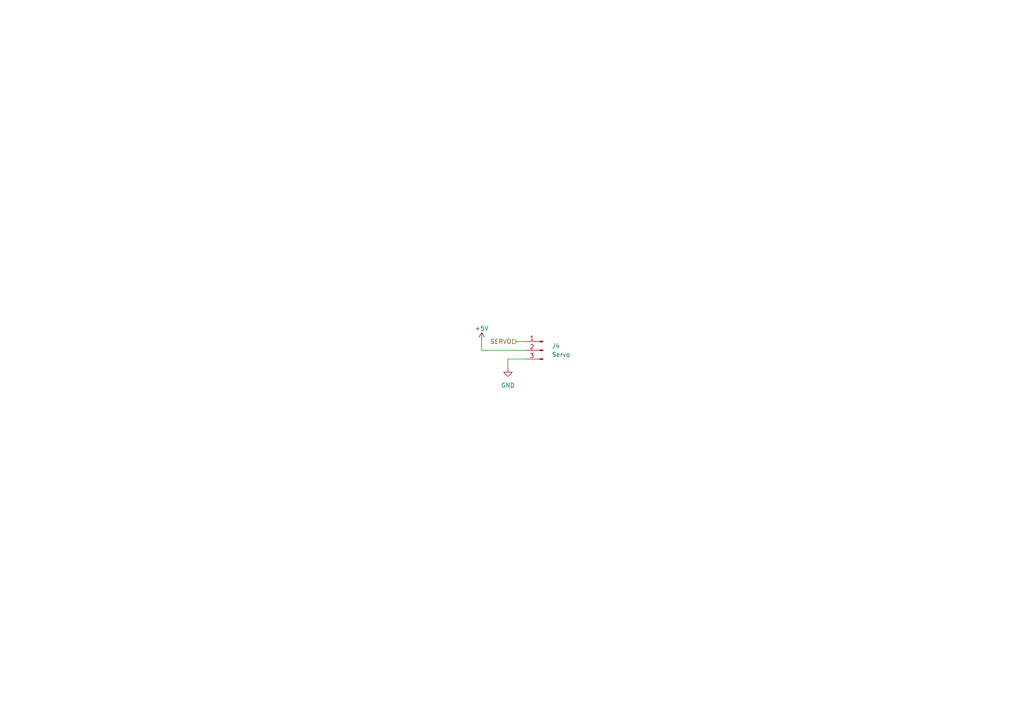
<source format=kicad_sch>
(kicad_sch (version 20230121) (generator eeschema)

  (uuid e0811549-fe69-4e27-8073-aaa75e935abe)

  (paper "A4")

  (title_block
    (title "ISSptr")
    (date "July 2024")
    (rev "v1")
  )

  (lib_symbols
    (symbol "Connector:Conn_01x03_Pin" (pin_names (offset 1.016) hide) (in_bom yes) (on_board yes)
      (property "Reference" "J" (at 0 5.08 0)
        (effects (font (size 1.27 1.27)))
      )
      (property "Value" "Conn_01x03_Pin" (at 0 -5.08 0)
        (effects (font (size 1.27 1.27)))
      )
      (property "Footprint" "" (at 0 0 0)
        (effects (font (size 1.27 1.27)) hide)
      )
      (property "Datasheet" "~" (at 0 0 0)
        (effects (font (size 1.27 1.27)) hide)
      )
      (property "ki_locked" "" (at 0 0 0)
        (effects (font (size 1.27 1.27)))
      )
      (property "ki_keywords" "connector" (at 0 0 0)
        (effects (font (size 1.27 1.27)) hide)
      )
      (property "ki_description" "Generic connector, single row, 01x03, script generated" (at 0 0 0)
        (effects (font (size 1.27 1.27)) hide)
      )
      (property "ki_fp_filters" "Connector*:*_1x??_*" (at 0 0 0)
        (effects (font (size 1.27 1.27)) hide)
      )
      (symbol "Conn_01x03_Pin_1_1"
        (polyline
          (pts
            (xy 1.27 -2.54)
            (xy 0.8636 -2.54)
          )
          (stroke (width 0.1524) (type default))
          (fill (type none))
        )
        (polyline
          (pts
            (xy 1.27 0)
            (xy 0.8636 0)
          )
          (stroke (width 0.1524) (type default))
          (fill (type none))
        )
        (polyline
          (pts
            (xy 1.27 2.54)
            (xy 0.8636 2.54)
          )
          (stroke (width 0.1524) (type default))
          (fill (type none))
        )
        (rectangle (start 0.8636 -2.413) (end 0 -2.667)
          (stroke (width 0.1524) (type default))
          (fill (type outline))
        )
        (rectangle (start 0.8636 0.127) (end 0 -0.127)
          (stroke (width 0.1524) (type default))
          (fill (type outline))
        )
        (rectangle (start 0.8636 2.667) (end 0 2.413)
          (stroke (width 0.1524) (type default))
          (fill (type outline))
        )
        (pin passive line (at 5.08 2.54 180) (length 3.81)
          (name "Pin_1" (effects (font (size 1.27 1.27))))
          (number "1" (effects (font (size 1.27 1.27))))
        )
        (pin passive line (at 5.08 0 180) (length 3.81)
          (name "Pin_2" (effects (font (size 1.27 1.27))))
          (number "2" (effects (font (size 1.27 1.27))))
        )
        (pin passive line (at 5.08 -2.54 180) (length 3.81)
          (name "Pin_3" (effects (font (size 1.27 1.27))))
          (number "3" (effects (font (size 1.27 1.27))))
        )
      )
    )
    (symbol "power:+5V" (power) (pin_names (offset 0)) (in_bom yes) (on_board yes)
      (property "Reference" "#PWR" (at 0 -3.81 0)
        (effects (font (size 1.27 1.27)) hide)
      )
      (property "Value" "+5V" (at 0 3.556 0)
        (effects (font (size 1.27 1.27)))
      )
      (property "Footprint" "" (at 0 0 0)
        (effects (font (size 1.27 1.27)) hide)
      )
      (property "Datasheet" "" (at 0 0 0)
        (effects (font (size 1.27 1.27)) hide)
      )
      (property "ki_keywords" "global power" (at 0 0 0)
        (effects (font (size 1.27 1.27)) hide)
      )
      (property "ki_description" "Power symbol creates a global label with name \"+5V\"" (at 0 0 0)
        (effects (font (size 1.27 1.27)) hide)
      )
      (symbol "+5V_0_1"
        (polyline
          (pts
            (xy -0.762 1.27)
            (xy 0 2.54)
          )
          (stroke (width 0) (type default))
          (fill (type none))
        )
        (polyline
          (pts
            (xy 0 0)
            (xy 0 2.54)
          )
          (stroke (width 0) (type default))
          (fill (type none))
        )
        (polyline
          (pts
            (xy 0 2.54)
            (xy 0.762 1.27)
          )
          (stroke (width 0) (type default))
          (fill (type none))
        )
      )
      (symbol "+5V_1_1"
        (pin power_in line (at 0 0 90) (length 0) hide
          (name "+5V" (effects (font (size 1.27 1.27))))
          (number "1" (effects (font (size 1.27 1.27))))
        )
      )
    )
    (symbol "power:GND" (power) (pin_names (offset 0)) (in_bom yes) (on_board yes)
      (property "Reference" "#PWR" (at 0 -6.35 0)
        (effects (font (size 1.27 1.27)) hide)
      )
      (property "Value" "GND" (at 0 -3.81 0)
        (effects (font (size 1.27 1.27)))
      )
      (property "Footprint" "" (at 0 0 0)
        (effects (font (size 1.27 1.27)) hide)
      )
      (property "Datasheet" "" (at 0 0 0)
        (effects (font (size 1.27 1.27)) hide)
      )
      (property "ki_keywords" "global power" (at 0 0 0)
        (effects (font (size 1.27 1.27)) hide)
      )
      (property "ki_description" "Power symbol creates a global label with name \"GND\" , ground" (at 0 0 0)
        (effects (font (size 1.27 1.27)) hide)
      )
      (symbol "GND_0_1"
        (polyline
          (pts
            (xy 0 0)
            (xy 0 -1.27)
            (xy 1.27 -1.27)
            (xy 0 -2.54)
            (xy -1.27 -1.27)
            (xy 0 -1.27)
          )
          (stroke (width 0) (type default))
          (fill (type none))
        )
      )
      (symbol "GND_1_1"
        (pin power_in line (at 0 0 270) (length 0) hide
          (name "GND" (effects (font (size 1.27 1.27))))
          (number "1" (effects (font (size 1.27 1.27))))
        )
      )
    )
  )


  (wire (pts (xy 139.7 99.06) (xy 139.7 101.6))
    (stroke (width 0) (type default))
    (uuid 0cac8675-180c-45d6-97e9-12deb753234a)
  )
  (wire (pts (xy 147.32 104.14) (xy 152.4 104.14))
    (stroke (width 0) (type default))
    (uuid 70d5e35d-8a63-470e-993f-15f75200d0a4)
  )
  (wire (pts (xy 149.86 99.06) (xy 152.4 99.06))
    (stroke (width 0) (type default))
    (uuid c73d31b0-ffc9-4c57-bb75-904ab8674098)
  )
  (wire (pts (xy 139.7 101.6) (xy 152.4 101.6))
    (stroke (width 0) (type default))
    (uuid dd67d327-7ea8-462e-a5f4-e9138abe16d0)
  )
  (wire (pts (xy 147.32 106.68) (xy 147.32 104.14))
    (stroke (width 0) (type default))
    (uuid f00ddf13-7cb5-4019-a770-b3659dc2d125)
  )

  (hierarchical_label "SERVO" (shape input) (at 149.86 99.06 180) (fields_autoplaced)
    (effects (font (size 1.27 1.27)) (justify right))
    (uuid ba9eee72-a6c6-483d-9cab-f86438409556)
  )

  (symbol (lib_id "power:+5V") (at 139.7 99.06 0) (unit 1)
    (in_bom yes) (on_board yes) (dnp no) (fields_autoplaced)
    (uuid 1acc0add-4225-4ef6-b0e1-a590f53b4fa9)
    (property "Reference" "#PWR036" (at 139.7 102.87 0)
      (effects (font (size 1.27 1.27)) hide)
    )
    (property "Value" "+5V" (at 139.7 95.25 0)
      (effects (font (size 1.27 1.27)))
    )
    (property "Footprint" "" (at 139.7 99.06 0)
      (effects (font (size 1.27 1.27)) hide)
    )
    (property "Datasheet" "" (at 139.7 99.06 0)
      (effects (font (size 1.27 1.27)) hide)
    )
    (pin "1" (uuid 9df14ec6-690c-4429-bccd-915ad3b066a0))
    (instances
      (project "ISSptr"
        (path "/c978750c-b285-44b2-8d41-37a456977bcd/6312e27f-09b4-4a8c-98e1-124dfb1b8b7c"
          (reference "#PWR036") (unit 1)
        )
      )
    )
  )

  (symbol (lib_id "power:GND") (at 147.32 106.68 0) (unit 1)
    (in_bom yes) (on_board yes) (dnp no) (fields_autoplaced)
    (uuid 4a75584a-0c7b-44d3-8cc4-ca47ec126669)
    (property "Reference" "#PWR037" (at 147.32 113.03 0)
      (effects (font (size 1.27 1.27)) hide)
    )
    (property "Value" "GND" (at 147.32 111.76 0)
      (effects (font (size 1.27 1.27)))
    )
    (property "Footprint" "" (at 147.32 106.68 0)
      (effects (font (size 1.27 1.27)) hide)
    )
    (property "Datasheet" "" (at 147.32 106.68 0)
      (effects (font (size 1.27 1.27)) hide)
    )
    (pin "1" (uuid 5b0abd0d-0310-40fc-a2c5-55c81c677ad9))
    (instances
      (project "ISSptr"
        (path "/c978750c-b285-44b2-8d41-37a456977bcd/6312e27f-09b4-4a8c-98e1-124dfb1b8b7c"
          (reference "#PWR037") (unit 1)
        )
      )
    )
  )

  (symbol (lib_id "Connector:Conn_01x03_Pin") (at 157.48 101.6 0) (mirror y) (unit 1)
    (in_bom yes) (on_board yes) (dnp no)
    (uuid 99a3e9c1-405c-4a55-96fc-56e226f29e3d)
    (property "Reference" "J4" (at 160.02 100.33 0)
      (effects (font (size 1.27 1.27)) (justify right))
    )
    (property "Value" "Servo" (at 160.02 102.87 0)
      (effects (font (size 1.27 1.27)) (justify right))
    )
    (property "Footprint" "Connector_PinHeader_2.54mm:PinHeader_1x03_P2.54mm_Horizontal" (at 157.48 101.6 0)
      (effects (font (size 1.27 1.27)) hide)
    )
    (property "Datasheet" "~" (at 157.48 101.6 0)
      (effects (font (size 1.27 1.27)) hide)
    )
    (property "LCSC" "" (at 157.48 101.6 0)
      (effects (font (size 1.27 1.27)) hide)
    )
    (pin "1" (uuid 4390746e-fba9-408e-9a09-709f2ae9aafe))
    (pin "2" (uuid acc2dc18-f3ed-43e4-bffb-99be1cbf21a0))
    (pin "3" (uuid fa92640d-491a-4242-a4e1-498cf5971254))
    (instances
      (project "ISSptr"
        (path "/c978750c-b285-44b2-8d41-37a456977bcd/6312e27f-09b4-4a8c-98e1-124dfb1b8b7c"
          (reference "J4") (unit 1)
        )
      )
    )
  )
)

</source>
